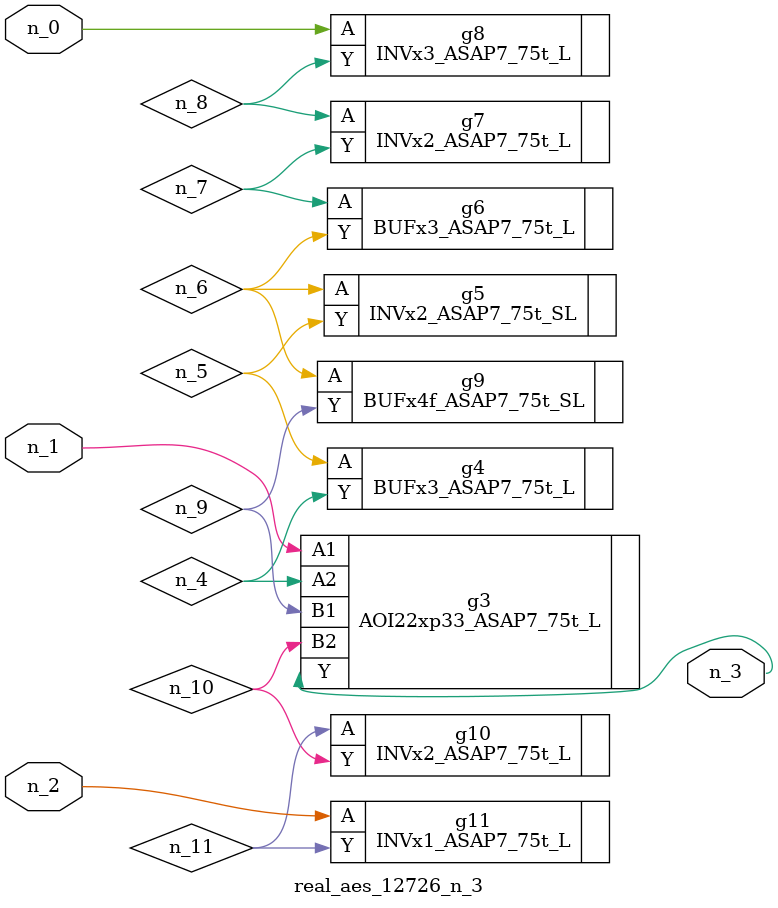
<source format=v>
module real_aes_12726_n_3 (n_0, n_2, n_1, n_3);
input n_0;
input n_2;
input n_1;
output n_3;
wire n_4;
wire n_5;
wire n_7;
wire n_9;
wire n_6;
wire n_8;
wire n_10;
wire n_11;
INVx3_ASAP7_75t_L g8 ( .A(n_0), .Y(n_8) );
AOI22xp33_ASAP7_75t_L g3 ( .A1(n_1), .A2(n_4), .B1(n_9), .B2(n_10), .Y(n_3) );
INVx1_ASAP7_75t_L g11 ( .A(n_2), .Y(n_11) );
BUFx3_ASAP7_75t_L g4 ( .A(n_5), .Y(n_4) );
INVx2_ASAP7_75t_SL g5 ( .A(n_6), .Y(n_5) );
BUFx4f_ASAP7_75t_SL g9 ( .A(n_6), .Y(n_9) );
BUFx3_ASAP7_75t_L g6 ( .A(n_7), .Y(n_6) );
INVx2_ASAP7_75t_L g7 ( .A(n_8), .Y(n_7) );
INVx2_ASAP7_75t_L g10 ( .A(n_11), .Y(n_10) );
endmodule
</source>
